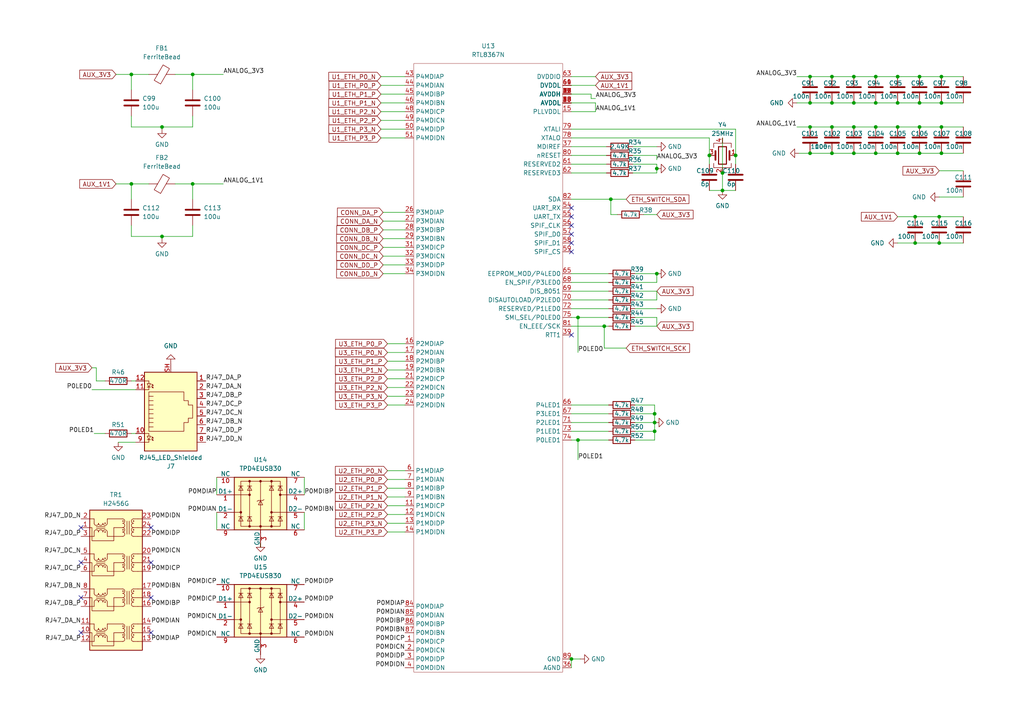
<source format=kicad_sch>
(kicad_sch (version 20231120) (generator "eeschema") (generator_version "8.0")
  (paper "A4")
  (junction (at 189.865 120.015))
  (junction (at 190.5 48.895))
  (junction (at 260.35 22.225))
  (junction (at 254 22.225))
  (junction (at 265.43 70.485))
  (junction (at 234.95 29.845))
  (junction (at 254 29.845))
  (junction (at 273.05 36.83))
  (junction (at 209.55 50.165))
  (junction (at 241.3 36.83))
  (junction (at 175.26 94.615))
  (junction (at 272.415 62.865))
  (junction (at 273.05 29.845))
  (junction (at 273.05 44.45))
  (junction (at 241.3 44.45))
  (junction (at 167.64 92.075))
  (junction (at 213.36 45.085))
  (junction (at 266.7 44.45))
  (junction (at 254 44.45))
  (junction (at 234.95 36.83))
  (junction (at 46.99 36.83))
  (junction (at 189.865 122.555))
  (junction (at 260.35 36.83))
  (junction (at 254 36.83))
  (junction (at 241.3 22.225))
  (junction (at 266.7 22.225))
  (junction (at 167.64 127.635))
  (junction (at 273.05 22.225))
  (junction (at 38.1 21.59))
  (junction (at 38.1 53.34))
  (junction (at 46.99 68.58))
  (junction (at 234.95 44.45))
  (junction (at 55.88 53.34))
  (junction (at 165.735 191.135))
  (junction (at 260.35 44.45))
  (junction (at 205.74 45.085))
  (junction (at 209.55 55.245))
  (junction (at 266.7 29.845))
  (junction (at 177.165 57.785))
  (junction (at 247.65 22.225))
  (junction (at 190.5 79.375))
  (junction (at 55.88 21.59))
  (junction (at 266.7 36.83))
  (junction (at 247.65 44.45))
  (junction (at 272.415 70.485))
  (junction (at 260.35 29.845))
  (junction (at 234.95 22.225))
  (junction (at 241.3 29.845))
  (junction (at 247.65 29.845))
  (junction (at 247.65 36.83))
  (junction (at 265.43 62.865))
  (junction (at 189.865 125.095))
  (no_connect (at 43.815 163.195))
  (no_connect (at 165.735 97.155))
  (no_connect (at 23.495 173.355))
  (no_connect (at 43.815 173.355))
  (no_connect (at 165.735 60.325))
  (no_connect (at 43.815 153.035))
  (no_connect (at 23.495 183.515))
  (no_connect (at 165.735 65.405))
  (no_connect (at 23.495 153.035))
  (no_connect (at 23.495 163.195))
  (no_connect (at 43.815 183.515))
  (no_connect (at 165.735 70.485))
  (no_connect (at 165.735 62.865))
  (no_connect (at 165.735 73.025))
  (no_connect (at 165.735 67.945))
  (wire (pts (xy 38.1 68.58) (xy 46.99 68.58)))
  (wire (pts (xy 171.45 27.305) (xy 165.735 27.305)))
  (wire (pts (xy 213.36 45.085) (xy 213.36 47.625)))
  (wire (pts (xy 110.49 24.765) (xy 117.475 24.765)))
  (wire (pts (xy 234.95 44.45) (xy 241.3 44.45)))
  (wire (pts (xy 165.735 45.085) (xy 175.895 45.085)))
  (wire (pts (xy 272.415 70.485) (xy 279.4 70.485)))
  (wire (pts (xy 266.7 22.225) (xy 273.05 22.225)))
  (wire (pts (xy 213.36 37.465) (xy 213.36 45.085)))
  (wire (pts (xy 184.15 89.535) (xy 190.5 89.535)))
  (wire (pts (xy 171.45 28.575) (xy 171.45 27.305)))
  (wire (pts (xy 273.05 22.225) (xy 279.4 22.225)))
  (wire (pts (xy 254 29.845) (xy 260.35 29.845)))
  (wire (pts (xy 184.15 92.075) (xy 190.5 92.075)))
  (wire (pts (xy 273.05 36.83) (xy 279.4 36.83)))
  (wire (pts (xy 231.14 29.845) (xy 234.95 29.845)))
  (wire (pts (xy 234.95 22.225) (xy 241.3 22.225)))
  (wire (pts (xy 26.67 113.03) (xy 39.37 113.03)))
  (wire (pts (xy 205.74 45.085) (xy 205.74 47.625)))
  (wire (pts (xy 247.65 36.83) (xy 254 36.83)))
  (wire (pts (xy 168.275 191.135) (xy 165.735 191.135)))
  (wire (pts (xy 165.735 24.765) (xy 172.72 24.765)))
  (wire (pts (xy 165.735 120.015) (xy 176.53 120.015)))
  (wire (pts (xy 112.395 146.685) (xy 117.475 146.685)))
  (wire (pts (xy 171.45 28.575) (xy 172.72 28.575)))
  (wire (pts (xy 111.125 64.135) (xy 117.475 64.135)))
  (wire (pts (xy 241.3 36.83) (xy 247.65 36.83)))
  (wire (pts (xy 241.3 44.45) (xy 247.65 44.45)))
  (wire (pts (xy 46.99 68.58) (xy 55.88 68.58)))
  (wire (pts (xy 112.395 117.475) (xy 117.475 117.475)))
  (wire (pts (xy 111.125 69.215) (xy 117.475 69.215)))
  (wire (pts (xy 165.735 22.225) (xy 172.72 22.225)))
  (wire (pts (xy 209.55 50.165) (xy 209.55 55.245)))
  (wire (pts (xy 186.69 62.23) (xy 190.5 62.23)))
  (wire (pts (xy 112.395 149.225) (xy 117.475 149.225)))
  (wire (pts (xy 112.395 104.775) (xy 117.475 104.775)))
  (wire (pts (xy 46.99 36.83) (xy 46.99 37.465)))
  (wire (pts (xy 272.415 62.865) (xy 279.4 62.865)))
  (wire (pts (xy 38.1 36.83) (xy 46.99 36.83)))
  (wire (pts (xy 247.65 44.45) (xy 254 44.45)))
  (wire (pts (xy 112.395 99.695) (xy 117.475 99.695)))
  (wire (pts (xy 34.29 128.27) (xy 39.37 128.27)))
  (wire (pts (xy 241.3 29.845) (xy 247.65 29.845)))
  (wire (pts (xy 184.15 122.555) (xy 189.865 122.555)))
  (wire (pts (xy 165.735 50.165) (xy 175.895 50.165)))
  (wire (pts (xy 62.865 148.59) (xy 62.865 153.67)))
  (wire (pts (xy 111.125 66.675) (xy 117.475 66.675)))
  (wire (pts (xy 167.64 92.075) (xy 176.53 92.075)))
  (wire (pts (xy 234.95 36.83) (xy 241.3 36.83)))
  (wire (pts (xy 167.64 133.35) (xy 167.64 127.635)))
  (wire (pts (xy 172.72 29.845) (xy 165.735 29.845)))
  (wire (pts (xy 55.88 68.58) (xy 55.88 65.405)))
  (wire (pts (xy 183.515 50.165) (xy 190.5 50.165)))
  (wire (pts (xy 167.64 92.075) (xy 167.64 102.235)))
  (wire (pts (xy 184.15 125.095) (xy 189.865 125.095)))
  (wire (pts (xy 254 22.225) (xy 260.35 22.225)))
  (wire (pts (xy 260.35 22.225) (xy 266.7 22.225)))
  (wire (pts (xy 184.15 86.995) (xy 190.5 86.995)))
  (wire (pts (xy 27.305 125.73) (xy 30.48 125.73)))
  (wire (pts (xy 38.1 57.785) (xy 38.1 53.34)))
  (wire (pts (xy 110.49 37.465) (xy 117.475 37.465)))
  (wire (pts (xy 165.735 92.075) (xy 167.64 92.075)))
  (wire (pts (xy 27.94 110.49) (xy 30.48 110.49)))
  (wire (pts (xy 165.735 84.455) (xy 176.53 84.455)))
  (wire (pts (xy 165.735 40.005) (xy 205.74 40.005)))
  (wire (pts (xy 26.67 106.68) (xy 27.94 106.68)))
  (wire (pts (xy 247.65 29.845) (xy 254 29.845)))
  (wire (pts (xy 190.5 81.915) (xy 190.5 79.375)))
  (wire (pts (xy 177.165 62.23) (xy 177.165 57.785)))
  (wire (pts (xy 165.735 117.475) (xy 176.53 117.475)))
  (wire (pts (xy 112.395 154.305) (xy 117.475 154.305)))
  (wire (pts (xy 33.655 53.34) (xy 38.1 53.34)))
  (wire (pts (xy 247.65 22.225) (xy 254 22.225)))
  (wire (pts (xy 38.1 110.49) (xy 39.37 110.49)))
  (wire (pts (xy 112.395 141.605) (xy 117.475 141.605)))
  (wire (pts (xy 167.64 127.635) (xy 165.735 127.635)))
  (wire (pts (xy 189.865 125.095) (xy 189.865 122.555)))
  (wire (pts (xy 273.05 29.845) (xy 279.4 29.845)))
  (wire (pts (xy 260.35 62.865) (xy 265.43 62.865)))
  (wire (pts (xy 273.05 44.45) (xy 279.4 44.45)))
  (wire (pts (xy 50.8 21.59) (xy 55.88 21.59)))
  (wire (pts (xy 184.15 120.015) (xy 189.865 120.015)))
  (wire (pts (xy 183.515 47.625) (xy 190.5 47.625)))
  (wire (pts (xy 110.49 22.225) (xy 117.475 22.225)))
  (wire (pts (xy 27.94 106.68) (xy 27.94 110.49)))
  (wire (pts (xy 184.15 117.475) (xy 189.865 117.475)))
  (wire (pts (xy 165.735 37.465) (xy 213.36 37.465)))
  (wire (pts (xy 189.865 127.635) (xy 189.865 125.095)))
  (wire (pts (xy 110.49 29.845) (xy 117.475 29.845)))
  (wire (pts (xy 75.565 157.48) (xy 75.565 158.75)))
  (wire (pts (xy 260.35 29.845) (xy 266.7 29.845)))
  (wire (pts (xy 111.125 71.755) (xy 117.475 71.755)))
  (wire (pts (xy 55.88 36.83) (xy 55.88 33.655)))
  (wire (pts (xy 181.61 100.965) (xy 175.26 100.965)))
  (wire (pts (xy 165.735 125.095) (xy 176.53 125.095)))
  (wire (pts (xy 189.865 117.475) (xy 189.865 120.015)))
  (wire (pts (xy 165.735 89.535) (xy 176.53 89.535)))
  (wire (pts (xy 111.125 79.375) (xy 117.475 79.375)))
  (wire (pts (xy 111.125 74.295) (xy 117.475 74.295)))
  (wire (pts (xy 55.88 21.59) (xy 64.77 21.59)))
  (wire (pts (xy 33.655 21.59) (xy 38.1 21.59)))
  (wire (pts (xy 266.7 36.83) (xy 273.05 36.83)))
  (wire (pts (xy 112.395 112.395) (xy 117.475 112.395)))
  (wire (pts (xy 110.49 40.005) (xy 117.475 40.005)))
  (wire (pts (xy 179.07 62.23) (xy 177.165 62.23)))
  (wire (pts (xy 265.43 70.485) (xy 272.415 70.485)))
  (wire (pts (xy 165.735 94.615) (xy 175.26 94.615)))
  (wire (pts (xy 46.99 36.83) (xy 55.88 36.83)))
  (wire (pts (xy 184.15 94.615) (xy 190.5 94.615)))
  (wire (pts (xy 172.72 29.845) (xy 172.72 32.385)))
  (wire (pts (xy 190.5 50.165) (xy 190.5 48.895)))
  (wire (pts (xy 272.415 49.53) (xy 279.4 49.53)))
  (wire (pts (xy 190.5 46.355) (xy 190.5 45.085)))
  (wire (pts (xy 111.125 61.595) (xy 117.475 61.595)))
  (wire (pts (xy 266.7 44.45) (xy 273.05 44.45)))
  (wire (pts (xy 110.49 27.305) (xy 117.475 27.305)))
  (wire (pts (xy 110.49 32.385) (xy 117.475 32.385)))
  (wire (pts (xy 165.735 81.915) (xy 176.53 81.915)))
  (wire (pts (xy 231.775 44.45) (xy 234.95 44.45)))
  (wire (pts (xy 55.88 53.34) (xy 55.88 57.785)))
  (wire (pts (xy 38.1 53.34) (xy 43.18 53.34)))
  (wire (pts (xy 254 36.83) (xy 260.35 36.83)))
  (wire (pts (xy 165.735 32.385) (xy 172.72 32.385)))
  (wire (pts (xy 231.14 36.83) (xy 234.95 36.83)))
  (wire (pts (xy 165.735 42.545) (xy 175.895 42.545)))
  (wire (pts (xy 38.1 21.59) (xy 43.18 21.59)))
  (wire (pts (xy 165.735 122.555) (xy 176.53 122.555)))
  (wire (pts (xy 241.3 22.225) (xy 247.65 22.225)))
  (wire (pts (xy 55.88 53.34) (xy 64.77 53.34)))
  (wire (pts (xy 209.55 55.245) (xy 213.36 55.245)))
  (wire (pts (xy 190.5 92.075) (xy 190.5 94.615)))
  (wire (pts (xy 231.14 22.225) (xy 234.95 22.225)))
  (wire (pts (xy 184.15 84.455) (xy 190.5 84.455)))
  (wire (pts (xy 190.5 86.995) (xy 190.5 84.455)))
  (wire (pts (xy 110.49 34.925) (xy 117.475 34.925)))
  (wire (pts (xy 184.15 127.635) (xy 189.865 127.635)))
  (wire (pts (xy 190.5 45.085) (xy 183.515 45.085)))
  (wire (pts (xy 184.15 79.375) (xy 190.5 79.375)))
  (wire (pts (xy 190.5 47.625) (xy 190.5 48.895)))
  (wire (pts (xy 38.1 125.73) (xy 39.37 125.73)))
  (wire (pts (xy 112.395 139.065) (xy 117.475 139.065)))
  (wire (pts (xy 165.735 57.785) (xy 177.165 57.785)))
  (wire (pts (xy 167.64 127.635) (xy 176.53 127.635)))
  (wire (pts (xy 266.7 29.845) (xy 273.05 29.845)))
  (wire (pts (xy 88.265 148.59) (xy 88.265 153.67)))
  (wire (pts (xy 112.395 144.145) (xy 117.475 144.145)))
  (wire (pts (xy 272.415 57.15) (xy 279.4 57.15)))
  (wire (pts (xy 88.265 138.43) (xy 88.265 143.51)))
  (wire (pts (xy 260.35 44.45) (xy 266.7 44.45)))
  (wire (pts (xy 183.515 42.545) (xy 190.5 42.545)))
  (wire (pts (xy 209.55 40.005) (xy 209.55 50.165)))
  (wire (pts (xy 175.26 94.615) (xy 176.53 94.615)))
  (wire (pts (xy 205.74 55.245) (xy 209.55 55.245)))
  (wire (pts (xy 260.35 36.83) (xy 266.7 36.83)))
  (wire (pts (xy 111.125 76.835) (xy 117.475 76.835)))
  (wire (pts (xy 165.735 86.995) (xy 176.53 86.995)))
  (wire (pts (xy 112.395 107.315) (xy 117.475 107.315)))
  (wire (pts (xy 165.735 47.625) (xy 175.895 47.625)))
  (wire (pts (xy 112.395 136.525) (xy 117.475 136.525)))
  (wire (pts (xy 50.8 53.34) (xy 55.88 53.34)))
  (wire (pts (xy 112.395 151.765) (xy 117.475 151.765)))
  (wire (pts (xy 205.74 40.005) (xy 205.74 45.085)))
  (wire (pts (xy 46.99 68.58) (xy 46.99 69.215)))
  (wire (pts (xy 265.43 62.865) (xy 272.415 62.865)))
  (wire (pts (xy 234.95 29.845) (xy 241.3 29.845)))
  (wire (pts (xy 62.865 138.43) (xy 62.865 143.51)))
  (wire (pts (xy 189.865 120.015) (xy 189.865 122.555)))
  (wire (pts (xy 38.1 65.405) (xy 38.1 68.58)))
  (wire (pts (xy 254 44.45) (xy 260.35 44.45)))
  (wire (pts (xy 112.395 102.235) (xy 117.475 102.235)))
  (wire (pts (xy 177.165 57.785) (xy 181.61 57.785)))
  (wire (pts (xy 38.1 33.655) (xy 38.1 36.83)))
  (wire (pts (xy 38.1 26.035) (xy 38.1 21.59)))
  (wire (pts (xy 175.26 94.615) (xy 175.26 100.965)))
  (wire (pts (xy 112.395 114.935) (xy 117.475 114.935)))
  (wire (pts (xy 260.35 70.485) (xy 265.43 70.485)))
  (wire (pts (xy 55.88 21.59) (xy 55.88 26.035)))
  (wire (pts (xy 176.53 79.375) (xy 165.735 79.375)))
  (wire (pts (xy 165.735 191.135) (xy 165.735 193.675)))
  (wire (pts (xy 112.395 109.855) (xy 117.475 109.855)))
  (wire (pts (xy 184.15 81.915) (xy 190.5 81.915)))
  (label "ANALOG_1V1" (at 64.77 53.34 0))
  (label "RJ47_DC_N" (at 23.495 160.655 180))
  (label "RJ47_DB_P" (at 59.69 115.57 0))
  (label "P0LED0" (at 167.64 102.235 0))
  (label "P0LED1" (at 27.305 125.73 180))
  (label "P0LED1" (at 167.64 133.35 0))
  (label "P0MDICP" (at 43.815 165.735 0))
  (label "P0MDIBP" (at 88.265 143.51 0))
  (label "P0MDIAN" (at 117.475 178.435 180))
  (label "P0MDICP" (at 117.475 186.055 180))
  (label "RJ47_DD_P" (at 23.495 155.575 180))
  (label "P0MDICP" (at 62.865 169.545 180))
  (label "RJ47_DD_P" (at 59.69 125.73 0))
  (label "P0MDIAN" (at 62.865 148.59 180))
  (label "RJ47_DA_N" (at 23.495 180.975 180))
  (label "RJ47_DC_P" (at 59.69 118.11 0))
  (label "RJ47_DB_N" (at 23.495 170.815 180))
  (label "ANALOG_3V3" (at 190.5 46.355 0))
  (label "P0MDIBP" (at 117.475 180.975 180))
  (label "P0MDIDP" (at 117.475 191.135 180))
  (label "P0MDIAP" (at 43.815 186.055 0))
  (label "P0MDIBP" (at 43.815 175.895 0))
  (label "P0MDIAP" (at 117.475 175.895 180))
  (label "P0MDICN" (at 62.865 179.705 180))
  (label "ANALOG_1V1" (at 172.72 32.385 0))
  (label "P0MDIDP" (at 88.265 169.545 0))
  (label "ANALOG_3V3" (at 231.14 22.225 180))
  (label "P0MDIDN" (at 43.815 150.495 0))
  (label "ANALOG_3V3" (at 64.77 21.59 0))
  (label "RJ47_DB_N" (at 59.69 123.19 0))
  (label "RJ47_DD_N" (at 23.495 150.495 180))
  (label "RJ47_DB_P" (at 23.495 175.895 180))
  (label "P0MDIDP" (at 43.815 155.575 0))
  (label "P0MDIAP" (at 62.865 143.51 180))
  (label "P0MDICN" (at 117.475 188.595 180))
  (label "P0MDIAN" (at 43.815 180.975 0))
  (label "P0MDIDP" (at 88.265 174.625 0))
  (label "P0MDICP" (at 62.865 174.625 180))
  (label "RJ47_DA_P" (at 23.495 186.055 180))
  (label "P0MDIDN" (at 88.265 179.705 0))
  (label "ANALOG_3V3" (at 172.72 28.575 0))
  (label "RJ47_DC_N" (at 59.69 120.65 0))
  (label "P0MDICN" (at 43.815 160.655 0))
  (label "ANALOG_1V1" (at 231.14 36.83 180))
  (label "RJ47_DD_N" (at 59.69 128.27 0))
  (label "P0MDIBN" (at 117.475 183.515 180))
  (label "RJ47_DC_P" (at 23.495 165.735 180))
  (label "P0MDIDN" (at 88.265 184.785 0))
  (label "P0MDIBN" (at 88.265 148.59 0))
  (label "P0MDIBN" (at 43.815 170.815 0))
  (label "RJ47_DA_P" (at 59.69 110.49 0))
  (label "P0MDIDN" (at 117.475 193.675 180))
  (label "P0LED0" (at 26.67 113.03 180))
  (label "RJ47_DA_N" (at 59.69 113.03 0))
  (label "P0MDICN" (at 62.865 184.785 180))
  (global_label "ETH_SWITCH_SCK" (shape input) (at 181.61 100.965 0) (property "Intersheetrefs" "${INTERSHEET_REFS}" (effects (hide yes))))
  (global_label "U2_ETH_P3_N" (shape input) (at 112.395 151.765 180) (property "Intersheetrefs" "${INTERSHEET_REFS}" (effects (hide yes))))
  (global_label "AUX_1V1" (shape input) (at 33.655 53.34 180) (property "Intersheetrefs" "${INTERSHEET_REFS}" (effects (hide yes))))
  (global_label "U1_ETH_P2_P" (shape input) (at 110.49 34.925 180) (property "Intersheetrefs" "${INTERSHEET_REFS}" (effects (hide yes))))
  (global_label "U3_ETH_P2_P" (shape input) (at 112.395 109.855 180) (property "Intersheetrefs" "${INTERSHEET_REFS}" (effects (hide yes))))
  (global_label "CONN_DA_N" (shape input) (at 111.125 64.135 180) (property "Intersheetrefs" "${INTERSHEET_REFS}" (effects (hide yes))))
  (global_label "CONN_DB_P" (shape input) (at 111.125 66.675 180) (property "Intersheetrefs" "${INTERSHEET_REFS}" (effects (hide yes))))
  (global_label "U3_ETH_P0_P" (shape input) (at 112.395 99.695 180) (property "Intersheetrefs" "${INTERSHEET_REFS}" (effects (hide yes))))
  (global_label "CONN_DC_P" (shape input) (at 111.125 71.755 180) (property "Intersheetrefs" "${INTERSHEET_REFS}" (effects (hide yes))))
  (global_label "CONN_DD_N" (shape input) (at 111.125 79.375 180) (property "Intersheetrefs" "${INTERSHEET_REFS}" (effects (hide yes))))
  (global_label "AUX_3V3" (shape input) (at 190.5 62.23 0) (property "Intersheetrefs" "${INTERSHEET_REFS}" (effects (hide yes))))
  (global_label "AUX_3V3" (shape input) (at 172.72 22.225 0) (property "Intersheetrefs" "${INTERSHEET_REFS}" (effects (hide yes))))
  (global_label "U3_ETH_P1_N" (shape input) (at 112.395 107.315 180) (property "Intersheetrefs" "${INTERSHEET_REFS}" (effects (hide yes))))
  (global_label "U3_ETH_P3_N" (shape input) (at 112.395 114.935 180) (property "Intersheetrefs" "${INTERSHEET_REFS}" (effects (hide yes))))
  (global_label "U1_ETH_P2_N" (shape input) (at 110.49 32.385 180) (property "Intersheetrefs" "${INTERSHEET_REFS}" (effects (hide yes))))
  (global_label "U1_ETH_P3_N" (shape input) (at 110.49 37.465 180) (property "Intersheetrefs" "${INTERSHEET_REFS}" (effects (hide yes))))
  (global_label "CONN_DA_P" (shape input) (at 111.125 61.595 180) (property "Intersheetrefs" "${INTERSHEET_REFS}" (effects (hide yes))))
  (global_label "U2_ETH_P2_P" (shape input) (at 112.395 149.225 180) (property "Intersheetrefs" "${INTERSHEET_REFS}" (effects (hide yes))))
  (global_label "AUX_1V1" (shape input) (at 172.72 24.765 0) (property "Intersheetrefs" "${INTERSHEET_REFS}" (effects (hide yes))))
  (global_label "AUX_1V1" (shape input) (at 260.35 62.865 180) (property "Intersheetrefs" "${INTERSHEET_REFS}" (effects (hide yes))))
  (global_label "U2_ETH_P3_P" (shape input) (at 112.395 154.305 180) (property "Intersheetrefs" "${INTERSHEET_REFS}" (effects (hide yes))))
  (global_label "AUX_3V3" (shape input) (at 33.655 21.59 180) (property "Intersheetrefs" "${INTERSHEET_REFS}" (effects (hide yes))))
  (global_label "U1_ETH_P1_P" (shape input) (at 110.49 27.305 180) (property "Intersheetrefs" "${INTERSHEET_REFS}" (effects (hide yes))))
  (global_label "U2_ETH_P0_P" (shape input) (at 112.395 139.065 180) (property "Intersheetrefs" "${INTERSHEET_REFS}" (effects (hide yes))))
  (global_label "U1_ETH_P0_P" (shape input) (at 110.49 24.765 180) (property "Intersheetrefs" "${INTERSHEET_REFS}" (effects (hide yes))))
  (global_label "AUX_3V3" (shape input) (at 190.5 94.615 0) (property "Intersheetrefs" "${INTERSHEET_REFS}" (effects (hide yes))))
  (global_label "AUX_3V3" (shape input) (at 190.5 84.455 0) (property "Intersheetrefs" "${INTERSHEET_REFS}" (effects (hide yes))))
  (global_label "U3_ETH_P3_P" (shape input) (at 112.395 117.475 180) (property "Intersheetrefs" "${INTERSHEET_REFS}" (effects (hide yes))))
  (global_label "CONN_DC_N" (shape input) (at 111.125 74.295 180) (property "Intersheetrefs" "${INTERSHEET_REFS}" (effects (hide yes))))
  (global_label "U1_ETH_P1_N" (shape input) (at 110.49 29.845 180) (property "Intersheetrefs" "${INTERSHEET_REFS}" (effects (hide yes))))
  (global_label "AUX_3V3" (shape input) (at 272.415 49.53 180) (property "Intersheetrefs" "${INTERSHEET_REFS}" (effects (hide yes))))
  (global_label "U2_ETH_P1_P" (shape input) (at 112.395 141.605 180) (property "Intersheetrefs" "${INTERSHEET_REFS}" (effects (hide yes))))
  (global_label "U3_ETH_P1_P" (shape input) (at 112.395 104.775 180) (property "Intersheetrefs" "${INTERSHEET_REFS}" (effects (hide yes))))
  (global_label "ETH_SWITCH_SDA" (shape input) (at 181.61 57.785 0) (property "Intersheetrefs" "${INTERSHEET_REFS}" (effects (hide yes))))
  (global_label "U1_ETH_P3_P" (shape input) (at 110.49 40.005 180) (property "Intersheetrefs" "${INTERSHEET_REFS}" (effects (hide yes))))
  (global_label "U1_ETH_P0_N" (shape input) (at 110.49 22.225 180) (property "Intersheetrefs" "${INTERSHEET_REFS}" (effects (hide yes))))
  (global_label "U2_ETH_P0_N" (shape input) (at 112.395 136.525 180) (property "Intersheetrefs" "${INTERSHEET_REFS}" (effects (hide yes))))
  (global_label "CONN_DD_P" (shape input) (at 111.125 76.835 180) (property "Intersheetrefs" "${INTERSHEET_REFS}" (effects (hide yes))))
  (global_label "CONN_DB_N" (shape input) (at 111.125 69.215 180) (property "Intersheetrefs" "${INTERSHEET_REFS}" (effects (hide yes))))
  (global_label "U3_ETH_P2_N" (shape input) (at 112.395 112.395 180) (property "Intersheetrefs" "${INTERSHEET_REFS}" (effects (hide yes))))
  (global_label "U2_ETH_P2_N" (shape input) (at 112.395 146.685 180) (property "Intersheetrefs" "${INTERSHEET_REFS}" (effects (hide yes))))
  (global_label "U2_ETH_P1_N" (shape input) (at 112.395 144.145 180) (property "Intersheetrefs" "${INTERSHEET_REFS}" (effects (hide yes))))
  (global_label "AUX_3V3" (shape input) (at 26.67 106.68 180) (property "Intersheetrefs" "${INTERSHEET_REFS}" (effects (hide yes))))
  (global_label "U3_ETH_P0_N" (shape input) (at 112.395 102.235 180) (property "Intersheetrefs" "${INTERSHEET_REFS}" (effects (hide yes))))
  (symbol (lib_id "Device:C") (at 234.95 40.64 0) (mirror y) (unit 1)
    (property "Reference" "C101" (at 237.49 38.735 0) (effects (justify left)))
    (property "Value" "100n" (at 240.03 42.545 0) (effects (justify left)))
    (property "Footprint" "Capacitor_SMD:C_0402_1005Metric" (effects (hide yes)))
    (property "Manufacturer" "Samsung" (effects (hide yes)))
    (property "MPN" "CL05B104KB54PNC" (effects (hide yes)))
    (property "LCSC" "C307331" (effects (hide yes)))
  )
  (symbol (lib_id "Device:R") (at 180.34 125.095 90) (unit 1)
    (property "Reference" "R50" (at 184.785 123.825 90))
    (property "Value" "4.7k" (at 180.34 125.095 90))
    (property "Footprint" "Resistor_SMD:R_0402_1005Metric" (effects (hide yes)))
    (property "Manufacturer" "Uniroyal" (effects (hide yes)))
    (property "MPN" "0402WGF4701TCE" (effects (hide yes)))
    (property "LCSC" "C25900" (effects (hide yes)))
  )
  (symbol (lib_id "Device:R") (at 179.705 42.545 270) (unit 1)
    (property "Reference" "R34" (at 184.15 41.275 90))
    (property "Value" "2.49K" (at 179.705 42.545 90))
    (property "Footprint" "Resistor_SMD:R_0402_1005Metric" (effects (hide yes)))
    (property "Manufacturer" "YAGEO" (effects (hide yes)))
    (property "MPN" "RT0402BRD072K49L" (effects (hide yes)))
    (property "LCSC" "C852700" (effects (hide yes)))
  )
  (symbol (lib_id "Magi:RTL8367N") (at 142.875 75.565 0) (mirror y) (unit 1)
    (property "Reference" "U13" (at 141.605 13.335 0))
    (property "Value" "RTL8367N" (at 141.605 15.875 0))
    (property "Footprint" "Magi:QFN-88_EP_10x10_Pitch0.4mm2" (effects (hide yes)))
    (property "LCSC" "C2760851" (effects (hide yes)))
    (property "MPN" "RTL8367N-VB-CG" (effects (hide yes)))
    (property "Manufacturer" "Realtek" (effects (hide yes)))
  )
  (symbol (lib_id "Device:R") (at 180.34 92.075 90) (unit 1)
    (property "Reference" "R44" (at 184.785 90.805 90))
    (property "Value" "4.7k" (at 180.34 92.075 90))
    (property "Footprint" "Resistor_SMD:R_0402_1005Metric" (effects (hide yes)))
    (property "Manufacturer" "Uniroyal" (effects (hide yes)))
    (property "MPN" "0402WGF4701TCE" (effects (hide yes)))
    (property "LCSC" "C25900" (effects (hide yes)))
  )
  (symbol (lib_id "Power_Protection:TPD4EUSB30") (at 75.565 146.05 0) (unit 1)
    (property "Reference" "U14" (at 75.565 133.35 0))
    (property "Value" "TPD4EUSB30" (at 75.565 135.89 0))
    (property "Footprint" "Magi:USON-10_2.5x1.0mm_P0.5mm" (effects (hide yes)))
    (property "Datasheet" "http://www.ti.com/lit/ds/symlink/tpd2eusb30a.pdf" (effects (hide yes)))
    (property "LCSC" "C90627" (effects (hide yes)))
    (property "MPN" "TPD4EUSB30DQAR" (effects (hide yes)))
    (property "Manufacturer" "Texas Instruments" (effects (hide yes)))
  )
  (symbol (lib_id "Device:C") (at 38.1 29.845 0) (unit 1)
    (property "Reference" "C99" (at 41.275 28.575 0) (effects (justify left)))
    (property "Value" "100u" (at 41.275 31.115 0) (effects (justify left)))
    (property "Footprint" "Capacitor_SMD:C_1206_3216Metric" (effects (hide yes)))
    (property "Manufacturer" "Samsung" (effects (hide yes)))
    (property "MPN" "CL31A107MQHNNNE" (effects (hide yes)))
    (property "LCSC" "C15008" (effects (hide yes)))
  )
  (symbol (lib_id "Connector:RJ45_LED_Shielded") (at 49.53 118.11 0) (mirror x) (unit 1)
    (property "Reference" "J7" (at 49.53 135.255 0))
    (property "Value" "RJ45_LED_Shielded" (at 49.53 132.715 0))
    (property "Footprint" "Magi:RJ45-TH_MJ88B-B011-RVL11-P" (effects (hide yes)))
    (property "Manufacturer" "Heling" (effects (hide yes)))
    (property "MPN" "MJ88B-B011-RVL11-P" (effects (hide yes)))
    (property "LCSC" "C501462" (effects (hide yes)))
  )
  (symbol (lib_id "Device:C") (at 266.7 40.64 0) (unit 1)
    (property "Reference" "C106" (at 264.16 38.735 0) (effects (justify left)))
    (property "Value" "100n" (at 261.62 42.545 0) (effects (justify left)))
    (property "Footprint" "Capacitor_SMD:C_0402_1005Metric" (effects (hide yes)))
    (property "Manufacturer" "Samsung" (effects (hide yes)))
    (property "MPN" "CL05B104KB54PNC" (effects (hide yes)))
    (property "LCSC" "C307331" (effects (hide yes)))
  )
  (symbol (lib_id "power:GND") (at 209.55 55.245 0) (unit 1)
    (property "Reference" "#PWR069" (effects (hide yes)))
    (property "Value" "GND" (at 209.55 59.69 0))
  )
  (symbol (lib_id "Device:R") (at 179.705 47.625 90) (unit 1)
    (property "Reference" "R36" (at 184.15 46.355 90))
    (property "Value" "4.7k" (at 179.705 47.625 90))
    (property "Footprint" "Resistor_SMD:R_0402_1005Metric" (effects (hide yes)))
    (property "Manufacturer" "Uniroyal" (effects (hide yes)))
    (property "MPN" "0402WGF4701TCE" (effects (hide yes)))
    (property "LCSC" "C25900" (effects (hide yes)))
  )
  (symbol (lib_id "Device:R") (at 182.88 62.23 90) (unit 1)
    (property "Reference" "R38" (at 187.325 60.96 90))
    (property "Value" "4.7k" (at 182.88 62.23 90))
    (property "Footprint" "Resistor_SMD:R_0402_1005Metric" (effects (hide yes)))
    (property "Manufacturer" "Uniroyal" (effects (hide yes)))
    (property "MPN" "0402WGF4701TCE" (effects (hide yes)))
    (property "LCSC" "C25900" (effects (hide yes)))
  )
  (symbol (lib_id "Device:C") (at 260.35 26.035 0) (unit 1)
    (property "Reference" "C95" (at 257.81 24.13 0) (effects (justify left)))
    (property "Value" "100n" (at 255.27 27.94 0) (effects (justify left)))
    (property "Footprint" "Capacitor_SMD:C_0402_1005Metric" (effects (hide yes)))
    (property "Manufacturer" "Samsung" (effects (hide yes)))
    (property "MPN" "CL05B104KB54PNC" (effects (hide yes)))
    (property "LCSC" "C307331" (effects (hide yes)))
  )
  (symbol (lib_id "power:GND") (at 272.415 57.15 270) (unit 1)
    (property "Reference" "#PWR070" (effects (hide yes)))
    (property "Value" "GND" (at 268.605 57.15 90) (effects (justify right)))
  )
  (symbol (lib_id "power:GND") (at 75.565 157.48 0) (unit 1)
    (property "Reference" "#PWR077" (effects (hide yes)))
    (property "Value" "GND" (at 75.565 161.925 0))
  )
  (symbol (lib_id "power:GND") (at 190.5 79.375 90) (unit 1)
    (property "Reference" "#PWR073" (effects (hide yes)))
    (property "Value" "GND" (at 193.675 79.375 90) (effects (justify right)))
  )
  (symbol (lib_id "power:GND") (at 190.5 48.895 90) (unit 1)
    (property "Reference" "#PWR068" (effects (hide yes)))
    (property "Value" "GND" (at 193.675 48.895 90) (effects (justify right)))
  )
  (symbol (lib_id "Device:R") (at 180.34 94.615 90) (unit 1)
    (property "Reference" "R45" (at 184.785 93.345 90))
    (property "Value" "4.7k" (at 180.34 94.615 90))
    (property "Footprint" "Resistor_SMD:R_0402_1005Metric" (effects (hide yes)))
    (property "Manufacturer" "Uniroyal" (effects (hide yes)))
    (property "MPN" "0402WGF4701TCE" (effects (hide yes)))
    (property "LCSC" "C25900" (effects (hide yes)))
  )
  (symbol (lib_id "Device:R") (at 180.34 127.635 90) (unit 1)
    (property "Reference" "R52" (at 184.785 126.365 90))
    (property "Value" "4.7k" (at 180.34 127.635 90))
    (property "Footprint" "Resistor_SMD:R_0402_1005Metric" (effects (hide yes)))
    (property "Manufacturer" "Uniroyal" (effects (hide yes)))
    (property "MPN" "0402WGF4701TCE" (effects (hide yes)))
    (property "LCSC" "C25900" (effects (hide yes)))
  )
  (symbol (lib_id "power:GND") (at 168.275 191.135 90) (unit 1)
    (property "Reference" "#PWR079" (effects (hide yes)))
    (property "Value" "GND" (at 171.45 191.135 90) (effects (justify right)))
  )
  (symbol (lib_id "Device:C") (at 247.65 40.64 0) (unit 1)
    (property "Reference" "C103" (at 245.11 38.735 0) (effects (justify left)))
    (property "Value" "100n" (at 242.57 42.545 0) (effects (justify left)))
    (property "Footprint" "Capacitor_SMD:C_0402_1005Metric" (effects (hide yes)))
    (property "Manufacturer" "Samsung" (effects (hide yes)))
    (property "MPN" "CL05B104KB54PNC" (effects (hide yes)))
    (property "LCSC" "C307331" (effects (hide yes)))
  )
  (symbol (lib_id "Device:FerriteBead") (at 46.99 21.59 90) (unit 1)
    (property "Reference" "FB1" (at 46.9392 13.97 90))
    (property "Value" "FerriteBead" (at 46.9392 16.51 90))
    (property "Footprint" "Inductor_SMD:L_1206_3216Metric" (effects (hide yes)))
    (property "Manufacturer" "Murata" (effects (hide yes)))
    (property "MPN" "BLM31KN601SN1L" (effects (hide yes)))
    (property "LCSC" "C668306" (effects (hide yes)))
  )
  (symbol (lib_id "power:GND") (at 190.5 42.545 90) (unit 1)
    (property "Reference" "#PWR066" (effects (hide yes)))
    (property "Value" "GND" (at 193.675 42.545 90) (effects (justify right)))
  )
  (symbol (lib_id "Device:C") (at 272.415 66.675 0) (unit 1)
    (property "Reference" "C115" (at 269.875 64.77 0) (effects (justify left)))
    (property "Value" "100n" (at 267.335 68.58 0) (effects (justify left)))
    (property "Footprint" "Capacitor_SMD:C_0402_1005Metric" (effects (hide yes)))
    (property "Manufacturer" "Samsung" (effects (hide yes)))
    (property "MPN" "CL05B104KB54PNC" (effects (hide yes)))
    (property "LCSC" "C307331" (effects (hide yes)))
  )
  (symbol (lib_id "Device:C") (at 260.35 40.64 0) (unit 1)
    (property "Reference" "C105" (at 257.81 38.735 0) (effects (justify left)))
    (property "Value" "100n" (at 255.27 42.545 0) (effects (justify left)))
    (property "Footprint" "Capacitor_SMD:C_0402_1005Metric" (effects (hide yes)))
    (property "Manufacturer" "Samsung" (effects (hide yes)))
    (property "MPN" "CL05B104KB54PNC" (effects (hide yes)))
    (property "LCSC" "C307331" (effects (hide yes)))
  )
  (symbol (lib_id "Device:R") (at 180.34 122.555 90) (unit 1)
    (property "Reference" "R49" (at 184.785 121.285 90))
    (property "Value" "4.7k" (at 180.34 122.555 90))
    (property "Footprint" "Resistor_SMD:R_0402_1005Metric" (effects (hide yes)))
    (property "Manufacturer" "Uniroyal" (effects (hide yes)))
    (property "MPN" "0402WGF4701TCE" (effects (hide yes)))
    (property "LCSC" "C25900" (effects (hide yes)))
  )
  (symbol (lib_id "power:GND") (at 189.865 122.555 90) (unit 1)
    (property "Reference" "#PWR075" (effects (hide yes)))
    (property "Value" "GND" (at 193.04 122.555 90) (effects (justify right)))
  )
  (symbol (lib_id "Device:C") (at 247.65 26.035 0) (unit 1)
    (property "Reference" "C93" (at 245.11 24.13 0) (effects (justify left)))
    (property "Value" "100n" (at 242.57 27.94 0) (effects (justify left)))
    (property "Footprint" "Capacitor_SMD:C_0402_1005Metric" (effects (hide yes)))
    (property "Manufacturer" "Samsung" (effects (hide yes)))
    (property "MPN" "CL05B104KB54PNC" (effects (hide yes)))
    (property "LCSC" "C307331" (effects (hide yes)))
  )
  (symbol (lib_id "Device:C") (at 279.4 66.675 0) (unit 1)
    (property "Reference" "C116" (at 276.86 64.77 0) (effects (justify left)))
    (property "Value" "100n" (at 274.32 68.58 0) (effects (justify left)))
    (property "Footprint" "Capacitor_SMD:C_0402_1005Metric" (effects (hide yes)))
    (property "Manufacturer" "Samsung" (effects (hide yes)))
    (property "MPN" "CL05B104KB54PNC" (effects (hide yes)))
    (property "LCSC" "C307331" (effects (hide yes)))
  )
  (symbol (lib_id "Device:C") (at 241.3 40.64 0) (unit 1)
    (property "Reference" "C102" (at 238.76 38.735 0) (effects (justify left)))
    (property "Value" "100n" (at 236.22 42.545 0) (effects (justify left)))
    (property "Footprint" "Capacitor_SMD:C_0402_1005Metric" (effects (hide yes)))
    (property "Manufacturer" "Samsung" (effects (hide yes)))
    (property "MPN" "CL05B104KB54PNC" (effects (hide yes)))
    (property "LCSC" "C307331" (effects (hide yes)))
  )
  (symbol (lib_id "Device:Crystal_GND24") (at 209.55 45.085 180) (unit 1)
    (property "Reference" "Y4" (at 209.55 36.195 0))
    (property "Value" "25MHz" (at 209.55 38.735 0))
    (property "Footprint" "Crystal:Crystal_SMD_2016-4Pin_2.0x1.6mm" (effects (hide yes)))
    (property "Manufacturer" "Murata" (effects (hide yes)))
    (property "MPN" "XRCGB25M000F3M00R0" (effects (hide yes)))
    (property "LCSC" "C127893" (effects (hide yes)))
  )
  (symbol (lib_id "Device:R") (at 180.34 120.015 90) (unit 1)
    (property "Reference" "R48" (at 184.785 118.745 90))
    (property "Value" "4.7k" (at 180.34 120.015 90))
    (property "Footprint" "Resistor_SMD:R_0402_1005Metric" (effects (hide yes)))
    (property "Manufacturer" "Uniroyal" (effects (hide yes)))
    (property "MPN" "0402WGF4701TCE" (effects (hide yes)))
    (property "LCSC" "C25900" (effects (hide yes)))
  )
  (symbol (lib_id "power:GND") (at 231.14 29.845 270) (unit 1)
    (property "Reference" "#PWR064" (effects (hide yes)))
    (property "Value" "GND" (at 227.33 29.845 90) (effects (justify right)))
  )
  (symbol (lib_id "Device:C") (at 265.43 66.675 0) (unit 1)
    (property "Reference" "C114" (at 262.89 64.77 0) (effects (justify left)))
    (property "Value" "100n" (at 260.35 68.58 0) (effects (justify left)))
    (property "Footprint" "Capacitor_SMD:C_0402_1005Metric" (effects (hide yes)))
    (property "Manufacturer" "Samsung" (effects (hide yes)))
    (property "MPN" "CL05B104KB54PNC" (effects (hide yes)))
    (property "LCSC" "C307331" (effects (hide yes)))
  )
  (symbol (lib_id "Device:C") (at 279.4 26.035 0) (unit 1)
    (property "Reference" "C98" (at 276.86 24.13 0) (effects (justify left)))
    (property "Value" "100n" (at 274.32 27.94 0) (effects (justify left)))
    (property "Footprint" "Capacitor_SMD:C_0402_1005Metric" (effects (hide yes)))
    (property "Manufacturer" "Samsung" (effects (hide yes)))
    (property "MPN" "CL05B104KB54PNC" (effects (hide yes)))
    (property "LCSC" "C307331" (effects (hide yes)))
  )
  (symbol (lib_id "Device:R") (at 34.29 110.49 270) (unit 1)
    (property "Reference" "R46" (at 34.29 107.95 90))
    (property "Value" "470R" (at 34.29 110.49 90))
    (property "Footprint" "Resistor_SMD:R_0402_1005Metric" (effects (hide yes)))
    (property "Manufacturer" "Uniroyal" (effects (hide yes)))
    (property "MPN" "0402WGF4700TCE" (effects (hide yes)))
    (property "LCSC" "C25117" (effects (hide yes)))
  )
  (symbol (lib_id "Device:C") (at 205.74 51.435 0) (unit 1)
    (property "Reference" "C109" (at 201.93 49.53 0) (effects (justify left)))
    (property "Value" "6p" (at 203.2 53.34 0) (effects (justify left)))
    (property "Footprint" "Capacitor_SMD:C_0402_1005Metric" (effects (hide yes)))
    (property "Manufacturer" "Murata" (effects (hide yes)))
    (property "MPN" "GJM1555C1H6R0WB01D" (effects (hide yes)))
    (property "LCSC" "C882557" (effects (hide yes)))
  )
  (symbol (lib_id "Device:R") (at 180.34 89.535 90) (unit 1)
    (property "Reference" "R43" (at 184.785 88.265 90))
    (property "Value" "4.7k" (at 180.34 89.535 90))
    (property "Footprint" "Resistor_SMD:R_0402_1005Metric" (effects (hide yes)))
    (property "Manufacturer" "Uniroyal" (effects (hide yes)))
    (property "MPN" "0402WGF4701TCE" (effects (hide yes)))
    (property "LCSC" "C25900" (effects (hide yes)))
  )
  (symbol (lib_id "Device:C") (at 38.1 61.595 0) (unit 1)
    (property "Reference" "C112" (at 41.275 60.325 0) (effects (justify left)))
    (property "Value" "100u" (at 41.275 62.865 0) (effects (justify left)))
    (property "Footprint" "Capacitor_SMD:C_1206_3216Metric" (effects (hide yes)))
    (property "Manufacturer" "Samsung" (effects (hide yes)))
    (property "MPN" "CL31A107MQHNNNE" (effects (hide yes)))
    (property "LCSC" "C15008" (effects (hide yes)))
  )
  (symbol (lib_id "Device:FerriteBead") (at 46.99 53.34 90) (unit 1)
    (property "Reference" "FB2" (at 46.9392 45.72 90))
    (property "Value" "FerriteBead" (at 46.9392 48.26 90))
    (property "Footprint" "Inductor_SMD:L_1206_3216Metric" (effects (hide yes)))
    (property "Manufacturer" "Murata" (effects (hide yes)))
    (property "MPN" "BLM31KN601SN1L" (effects (hide yes)))
    (property "LCSC" "C668306" (effects (hide yes)))
  )
  (symbol (lib_id "Device:C") (at 55.88 61.595 0) (unit 1)
    (property "Reference" "C113" (at 59.055 60.325 0) (effects (justify left)))
    (property "Value" "100u" (at 59.055 62.865 0) (effects (justify left)))
    (property "Footprint" "Capacitor_SMD:C_1206_3216Metric" (effects (hide yes)))
    (property "Manufacturer" "Samsung" (effects (hide yes)))
    (property "MPN" "CL31A107MQHNNNE" (effects (hide yes)))
    (property "LCSC" "C15008" (effects (hide yes)))
  )
  (symbol (lib_id "power:GND") (at 231.775 44.45 270) (unit 1)
    (property "Reference" "#PWR067" (effects (hide yes)))
    (property "Value" "GND" (at 227.965 44.45 90) (effects (justify right)))
  )
  (symbol (lib_id "Device:C") (at 241.3 26.035 0) (unit 1)
    (property "Reference" "C92" (at 238.76 24.13 0) (effects (justify left)))
    (property "Value" "100n" (at 236.22 27.94 0) (effects (justify left)))
    (property "Footprint" "Capacitor_SMD:C_0402_1005Metric" (effects (hide yes)))
    (property "Manufacturer" "Samsung" (effects (hide yes)))
    (property "MPN" "CL05B104KB54PNC" (effects (hide yes)))
    (property "LCSC" "C307331" (effects (hide yes)))
  )
  (symbol (lib_id "Device:C") (at 273.05 40.64 0) (unit 1)
    (property "Reference" "C107" (at 270.51 38.735 0) (effects (justify left)))
    (property "Value" "100n" (at 267.97 42.545 0) (effects (justify left)))
    (property "Footprint" "Capacitor_SMD:C_0402_1005Metric" (effects (hide yes)))
    (property "Manufacturer" "Samsung" (effects (hide yes)))
    (property "MPN" "CL05B104KB54PNC" (effects (hide yes)))
    (property "LCSC" "C307331" (effects (hide yes)))
  )
  (symbol (lib_id "Device:R") (at 180.34 79.375 90) (unit 1)
    (property "Reference" "R39" (at 184.785 78.105 90))
    (property "Value" "4.7k" (at 180.34 79.375 90))
    (property "Footprint" "Resistor_SMD:R_0402_1005Metric" (effects (hide yes)))
    (property "Manufacturer" "Uniroyal" (effects (hide yes)))
    (property "MPN" "0402WGF4701TCE" (effects (hide yes)))
    (property "LCSC" "C25900" (effects (hide yes)))
  )
  (symbol (lib_id "Magi:H2456G") (at 33.655 168.275 0) (unit 1)
    (property "Reference" "TR1" (at 33.655 143.51 0))
    (property "Value" "H2456G" (at 33.655 146.05 0))
    (property "Footprint" "Magi:XFMR-SMD-24_L16.6-W9.0-LS9.6-BL" (effects (hide yes)))
    (property "Datasheet" "https://www.lcsc.com/datasheet/lcsc_datasheet_2305121703_E-NETTR-H2456G_C5464750.pdf" (effects (hide yes)))
    (property "LCSC" "C5464750" (effects (hide yes)))
    (property "MPN" "H2456G" (effects (hide yes)))
    (property "Manufacturer" "E-NETTR" (effects (hide yes)))
  )
  (symbol (lib_id "Device:C") (at 279.4 53.34 0) (unit 1)
    (property "Reference" "C111" (at 276.86 51.435 0) (effects (justify left)))
    (property "Value" "100n" (at 274.32 55.245 0) (effects (justify left)))
    (property "Footprint" "Capacitor_SMD:C_0402_1005Metric" (effects (hide yes)))
    (property "Manufacturer" "Samsung" (effects (hide yes)))
    (property "MPN" "CL05B104KB54PNC" (effects (hide yes)))
    (property "LCSC" "C307331" (effects (hide yes)))
  )
  (symbol (lib_id "Device:C") (at 266.7 26.035 0) (unit 1)
    (property "Reference" "C96" (at 264.16 24.13 0) (effects (justify left)))
    (property "Value" "100n" (at 261.62 27.94 0) (effects (justify left)))
    (property "Footprint" "Capacitor_SMD:C_0402_1005Metric" (effects (hide yes)))
    (property "Manufacturer" "Samsung" (effects (hide yes)))
    (property "MPN" "CL05B104KB54PNC" (effects (hide yes)))
    (property "LCSC" "C307331" (effects (hide yes)))
  )
  (symbol (lib_id "Power_Protection:TPD4EUSB30") (at 75.565 177.165 0) (unit 1)
    (property "Reference" "U15" (at 75.565 164.465 0))
    (property "Value" "TPD4EUSB30" (at 75.565 167.005 0))
    (property "Footprint" "Magi:USON-10_2.5x1.0mm_P0.5mm" (effects (hide yes)))
    (property "Datasheet" "http://www.ti.com/lit/ds/symlink/tpd2eusb30a.pdf" (effects (hide yes)))
    (property "LCSC" "C90627" (effects (hide yes)))
    (property "MPN" "TPD4EUSB30DQAR" (effects (hide yes)))
    (property "Manufacturer" "Texas Instruments" (effects (hide yes)))
  )
  (symbol (lib_id "Device:R") (at 34.29 125.73 270) (unit 1)
    (property "Reference" "R51" (at 34.29 123.19 90))
    (property "Value" "470R" (at 34.29 125.73 90))
    (property "Footprint" "Resistor_SMD:R_0402_1005Metric" (effects (hide yes)))
    (property "Manufacturer" "Uniroyal" (effects (hide yes)))
    (property "MPN" "0402WGF4700TCE" (effects (hide yes)))
    (property "LCSC" "C25117" (effects (hide yes)))
  )
  (symbol (lib_id "power:GND") (at 34.29 128.27 0) (unit 1)
    (property "Reference" "#PWR076" (effects (hide yes)))
    (property "Value" "GND" (at 34.29 132.715 0))
  )
  (symbol (lib_id "Device:R") (at 180.34 117.475 90) (unit 1)
    (property "Reference" "R47" (at 184.785 116.205 90))
    (property "Value" "4.7k" (at 180.34 117.475 90))
    (property "Footprint" "Resistor_SMD:R_0402_1005Metric" (effects (hide yes)))
    (property "Manufacturer" "Uniroyal" (effects (hide yes)))
    (property "MPN" "0402WGF4701TCE" (effects (hide yes)))
    (property "LCSC" "C25900" (effects (hide yes)))
  )
  (symbol (lib_id "Device:C") (at 273.05 26.035 0) (unit 1)
    (property "Reference" "C97" (at 270.51 24.13 0) (effects (justify left)))
    (property "Value" "100n" (at 267.97 27.94 0) (effects (justify left)))
    (property "Footprint" "Capacitor_SMD:C_0402_1005Metric" (effects (hide yes)))
    (property "Manufacturer" "Samsung" (effects (hide yes)))
    (property "MPN" "CL05B104KB54PNC" (effects (hide yes)))
    (property "LCSC" "C307331" (effects (hide yes)))
  )
  (symbol (lib_id "power:GND") (at 260.35 70.485 270) (unit 1)
    (property "Reference" "#PWR072" (effects (hide yes)))
    (property "Value" "GND" (at 256.54 70.485 90) (effects (justify right)))
  )
  (symbol (lib_id "Device:R") (at 180.34 81.915 90) (unit 1)
    (property "Reference" "R40" (at 184.785 80.645 90))
    (property "Value" "4.7k" (at 180.34 81.915 90))
    (property "Footprint" "Resistor_SMD:R_0402_1005Metric" (effects (hide yes)))
    (property "Manufacturer" "Uniroyal" (effects (hide yes)))
    (property "MPN" "0402WGF4701TCE" (effects (hide yes)))
    (property "LCSC" "C25900" (effects (hide yes)))
  )
  (symbol (lib_id "power:GND") (at 46.99 37.465 0) (unit 1)
    (property "Reference" "#PWR065" (effects (hide yes)))
    (property "Value" "GND" (at 46.99 41.91 0))
  )
  (symbol (lib_id "Device:R") (at 180.34 84.455 90) (unit 1)
    (property "Reference" "R41" (at 184.785 83.185 90))
    (property "Value" "4.7k" (at 180.34 84.455 90))
    (property "Footprint" "Resistor_SMD:R_0402_1005Metric" (effects (hide yes)))
    (property "Manufacturer" "Uniroyal" (effects (hide yes)))
    (property "MPN" "0402WGF4701TCE" (effects (hide yes)))
    (property "LCSC" "C25900" (effects (hide yes)))
  )
  (symbol (lib_id "Device:R") (at 180.34 86.995 90) (unit 1)
    (property "Reference" "R42" (at 184.785 85.725 90))
    (property "Value" "4.7k" (at 180.34 86.995 90))
    (property "Footprint" "Resistor_SMD:R_0402_1005Metric" (effects (hide yes)))
    (property "Manufacturer" "Uniroyal" (effects (hide yes)))
    (property "MPN" "0402WGF4701TCE" (effects (hide yes)))
    (property "LCSC" "C25900" (effects (hide yes)))
  )
  (symbol (lib_id "Device:R") (at 179.705 45.085 90) (unit 1)
    (property "Reference" "R35" (at 184.15 43.815 90))
    (property "Value" "4.7k" (at 179.705 45.085 90))
    (property "Footprint" "Resistor_SMD:R_0402_1005Metric" (effects (hide yes)))
    (property "Manufacturer" "Uniroyal" (effects (hide yes)))
    (property "MPN" "0402WGF4701TCE" (effects (hide yes)))
    (property "LCSC" "C25900" (effects (hide yes)))
  )
  (symbol (lib_id "power:GND") (at 49.53 105.41 180) (unit 1)
    (property "Reference" "#PWR0131" (effects (hide yes)))
    (property "Value" "GND" (at 49.53 100.33 0))
  )
  (symbol (lib_id "Device:C") (at 254 26.035 0) (unit 1)
    (property "Reference" "C94" (at 251.46 24.13 0) (effects (justify left)))
    (property "Value" "100n" (at 248.92 27.94 0) (effects (justify left)))
    (property "Footprint" "Capacitor_SMD:C_0402_1005Metric" (effects (hide yes)))
    (property "Manufacturer" "Samsung" (effects (hide yes)))
    (property "MPN" "CL05B104KB54PNC" (effects (hide yes)))
    (property "LCSC" "C307331" (effects (hide yes)))
  )
  (symbol (lib_id "Device:C") (at 55.88 29.845 0) (unit 1)
    (property "Reference" "C100" (at 59.055 28.575 0) (effects (justify left)))
    (property "Value" "100u" (at 59.055 31.115 0) (effects (justify left)))
    (property "Footprint" "Capacitor_SMD:C_1206_3216Metric" (effects (hide yes)))
    (property "Manufacturer" "Samsung" (effects (hide yes)))
    (property "MPN" "CL31A107MQHNNNE" (effects (hide yes)))
    (property "LCSC" "C15008" (effects (hide yes)))
  )
  (symbol (lib_id "Device:C") (at 213.36 51.435 0) (unit 1)
    (property "Reference" "C110" (at 209.55 49.53 0) (effects (justify left)))
    (property "Value" "6p" (at 210.82 53.34 0) (effects (justify left)))
    (property "Footprint" "Capacitor_SMD:C_0402_1005Metric" (effects (hide yes)))
    (property "Manufacturer" "Murata" (effects (hide yes)))
    (property "MPN" "GJM1555C1H6R0WB01D" (effects (hide yes)))
    (property "LCSC" "C882557" (effects (hide yes)))
  )
  (symbol (lib_id "Device:C") (at 234.95 26.035 0) (unit 1)
    (property "Reference" "C91" (at 232.41 24.13 0) (effects (justify left)))
    (property "Value" "100n" (at 229.87 27.94 0) (effects (justify left)))
    (property "Footprint" "Capacitor_SMD:C_0402_1005Metric" (effects (hide yes)))
    (property "Manufacturer" "Samsung" (effects (hide yes)))
    (property "MPN" "CL05B104KB54PNC" (effects (hide yes)))
    (property "LCSC" "C307331" (effects (hide yes)))
  )
  (symbol (lib_id "Device:C") (at 279.4 40.64 0) (unit 1)
    (property "Reference" "C108" (at 276.86 38.735 0) (effects (justify left)))
    (property "Value" "100n" (at 274.32 42.545 0) (effects (justify left)))
    (property "Footprint" "Capacitor_SMD:C_0402_1005Metric" (effects (hide yes)))
    (property "Manufacturer" "Samsung" (effects (hide yes)))
    (property "MPN" "CL05B104KB54PNC" (effects (hide yes)))
    (property "LCSC" "C307331" (effects (hide yes)))
  )
  (symbol (lib_id "power:GND") (at 190.5 89.535 90) (unit 1)
    (property "Reference" "#PWR074" (effects (hide yes)))
    (property "Value" "GND" (at 193.675 89.535 90) (effects (justify right)))
  )
  (symbol (lib_id "power:GND") (at 75.565 189.865 0) (unit 1)
    (property "Reference" "#PWR078" (effects (hide yes)))
    (property "Value" "GND" (at 75.565 194.31 0))
  )
  (symbol (lib_id "Device:R") (at 179.705 50.165 90) (unit 1)
    (property "Reference" "R37" (at 184.15 48.895 90))
    (property "Value" "4.7k" (at 179.705 50.165 90))
    (property "Footprint" "Resistor_SMD:R_0402_1005Metric" (effects (hide yes)))
    (property "Manufacturer" "Uniroyal" (effects (hide yes)))
    (property "MPN" "0402WGF4701TCE" (effects (hide yes)))
    (property "LCSC" "C25900" (effects (hide yes)))
  )
  (symbol (lib_id "power:GND") (at 46.99 69.215 0) (unit 1)
    (property "Reference" "#PWR071" (effects (hide yes)))
    (property "Value" "GND" (at 46.99 73.66 0))
  )
  (symbol (lib_id "Device:C") (at 254 40.64 0) (unit 1)
    (property "Reference" "C104" (at 251.46 38.735 0) (effects (justify left)))
    (property "Value" "100n" (at 248.92 42.545 0) (effects (justify left)))
    (property "Footprint" "Capacitor_SMD:C_0402_1005Metric" (effects (hide yes)))
    (property "Manufacturer" "Samsung" (effects (hide yes)))
    (property "MPN" "CL05B104KB54PNC" (effects (hide yes)))
    (property "LCSC" "C307331" (effects (hide yes)))
  )
)
</source>
